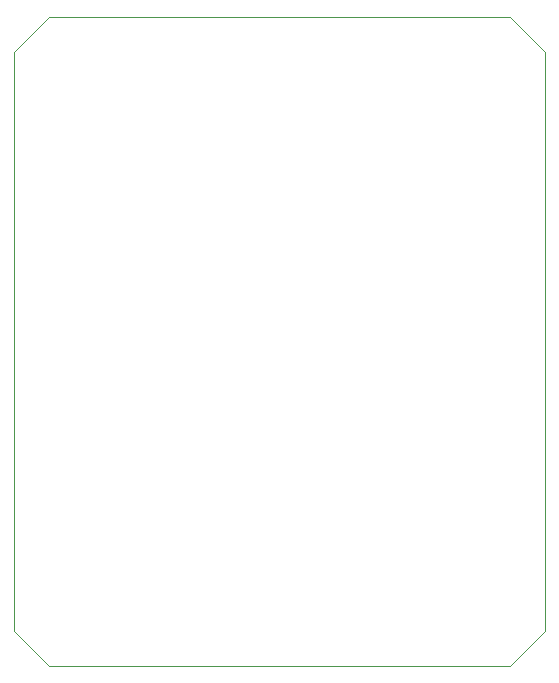
<source format=gbr>
%TF.GenerationSoftware,KiCad,Pcbnew,9.0.5-9.0.5~ubuntu24.04.1*%
%TF.CreationDate,2025-10-15T00:30:22+05:00*%
%TF.ProjectId,AH4,4148342e-6b69-4636-9164-5f7063625858,rev?*%
%TF.SameCoordinates,Original*%
%TF.FileFunction,Profile,NP*%
%FSLAX46Y46*%
G04 Gerber Fmt 4.6, Leading zero omitted, Abs format (unit mm)*
G04 Created by KiCad (PCBNEW 9.0.5-9.0.5~ubuntu24.04.1) date 2025-10-15 00:30:22*
%MOMM*%
%LPD*%
G01*
G04 APERTURE LIST*
%TA.AperFunction,Profile*%
%ADD10C,0.050000*%
%TD*%
G04 APERTURE END LIST*
D10*
X231000000Y-65000000D02*
X234000000Y-68000000D01*
X231000000Y-120000000D02*
X234000000Y-117000000D01*
X189000000Y-68000000D02*
X189000000Y-117000000D01*
X189000000Y-68000000D02*
X192000000Y-65000000D01*
X189000000Y-117000000D02*
X192000000Y-120000000D01*
X192000000Y-120000000D02*
X231000000Y-120000000D01*
X231000000Y-65000000D02*
X192000000Y-65000000D01*
X234000000Y-117000000D02*
X234000000Y-68000000D01*
M02*

</source>
